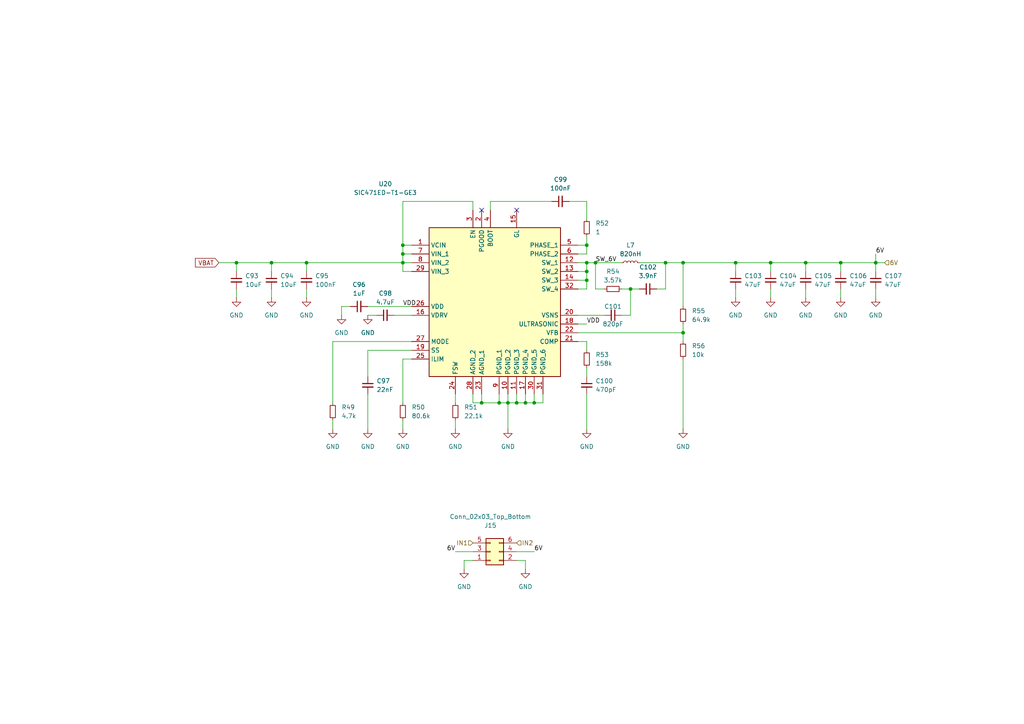
<source format=kicad_sch>
(kicad_sch (version 20250114) (generator "eeschema") (generator_version "9.0")
  (paper "A4")
  (lib_symbols
    (symbol "Connector_Generic:Conn_02x03_Odd_Even" (pin_names (offset 1.016) (hide yes))
      (property "Reference" "J" (at 1.27 5.08 0))
      (property "Value" "Conn_02x03_Odd_Even" (at 1.27 -5.08 0))
      (symbol "Conn_02x03_Odd_Even_1_1"
        (rectangle (start -1.27 3.81) (end 3.81 -3.81) (stroke (width 0.254)) (fill (type background)))
        (rectangle (start -1.27 2.667) (end 0 2.413) (stroke (width 0.1524)))
        (rectangle (start -1.27 0.127) (end 0 -0.127) (stroke (width 0.1524)))
        (rectangle (start -1.27 -2.413) (end 0 -2.667) (stroke (width 0.1524)))
        (rectangle (start 3.81 2.667) (end 2.54 2.413) (stroke (width 0.1524)))
        (rectangle (start 3.81 0.127) (end 2.54 -0.127) (stroke (width 0.1524)))
        (rectangle (start 3.81 -2.413) (end 2.54 -2.667) (stroke (width 0.1524)))
        (pin passive line (at -5.08 2.54 0) (length 3.81) (name "Pin_1") (number "1"))
        (pin passive line (at -5.08 0 0) (length 3.81) (name "Pin_3") (number "3"))
        (pin passive line (at -5.08 -2.54 0) (length 3.81) (name "Pin_5") (number "5"))
        (pin passive line (at 7.62 2.54 180) (length 3.81) (name "Pin_2") (number "2"))
        (pin passive line (at 7.62 0 180) (length 3.81) (name "Pin_4") (number "4"))
        (pin passive line (at 7.62 -2.54 180) (length 3.81) (name "Pin_6") (number "6"))
      )
    )
    (symbol "Device:C_Small" (pin_numbers (hide yes)) (pin_names (offset 0.254) (hide yes))
      (property "Reference" "C" (at 0.254 1.778 0))
      (property "Value" "C_Small" (at 0.254 -2.032 0))
      (symbol "C_Small_0_1"
        (polyline (pts (xy -1.524 0.508) (xy 1.524 0.508)) (stroke (width 0.3048)))
        (polyline (pts (xy -1.524 -0.508) (xy 1.524 -0.508)) (stroke (width 0.3302)))
      )
      (symbol "C_Small_1_1"
        (pin passive line (at 0 2.54 270) (length 2.032) (name "~") (number "1"))
        (pin passive line (at 0 -2.54 90) (length 2.032) (name "~") (number "2"))
      )
    )
    (symbol "Device:L_Small" (pin_numbers (hide yes)) (pin_names (offset 0.254) (hide yes))
      (property "Reference" "L" (at 0.762 1.016 0))
      (property "Value" "L_Small" (at 0.762 -1.016 0))
      (symbol "L_Small_0_1"
        (arc (start 0 2.032) (mid 0.5058 1.524) (end 0 1.016))
        (arc (start 0 1.016) (mid 0.5058 0.508) (end 0 0))
        (arc (start 0 0) (mid 0.5058 -0.508) (end 0 -1.016))
        (arc (start 0 -1.016) (mid 0.5058 -1.524) (end 0 -2.032))
      )
      (symbol "L_Small_1_1"
        (pin passive line (at 0 2.54 270) (length 0.508) (name "~") (number "1"))
        (pin passive line (at 0 -2.54 90) (length 0.508) (name "~") (number "2"))
      )
    )
    (symbol "Device:R_Small" (pin_numbers (hide yes)) (pin_names (offset 0.254) (hide yes))
      (property "Reference" "R" (at 0.762 0.508 0))
      (property "Value" "R_Small" (at 0.762 -1.016 0))
      (symbol "R_Small_0_1"
        (rectangle (start -0.762 1.778) (end 0.762 -1.778) (stroke (width 0.2032)))
      )
      (symbol "R_Small_1_1"
        (pin passive line (at 0 2.54 270) (length 0.762) (name "~") (number "1"))
        (pin passive line (at 0 -2.54 90) (length 0.762) (name "~") (number "2"))
      )
    )
    (symbol "SIC471ED-T1-GE3:SIC471ED-T1-GE3"
      (property "Reference" "U8" (at -7.62 15.24 0))
      (property "Value" "SIC471ED-T1-GE3" (at -7.62 12.7 0))
      (symbol "SIC471ED-T1-GE3_1_1"
        (rectangle (start 5.08 2.54) (end 43.18 -40.64) (stroke (width 0.254)) (fill (type background)))
        (pin passive line (at 0 -2.54 0) (length 5.08) (name "VCIN") (number "1"))
        (pin passive line (at 0 -5.08 0) (length 5.08) (name "VIN_1") (number "7"))
        (pin passive line (at 0 -7.62 0) (length 5.08) (name "VIN_2") (number "8"))
        (pin passive line (at 0 -10.16 0) (length 5.08) (name "VIN_3") (number "29"))
        (pin passive line (at 0 -20.32 0) (length 5.08) (name "VDD") (number "26"))
        (pin passive line (at 0 -22.86 0) (length 5.08) (name "VDRV") (number "16"))
        (pin passive line (at 0 -30.48 0) (length 5.08) (name "MODE") (number "27"))
        (pin passive line (at 0 -33.02 0) (length 5.08) (name "SS") (number "19"))
        (pin passive line (at 0 -35.56 0) (length 5.08) (name "ILIM") (number "25"))
        (pin passive line (at 12.7 -45.72 90) (length 5.08) (name "FSW") (number "24"))
        (pin passive line (at 17.78 7.62 270) (length 5.08) (name "EN") (number "3"))
        (pin passive line (at 17.78 -45.72 90) (length 5.08) (name "AGND_2") (number "28"))
        (pin passive line (at 20.32 7.62 270) (length 5.08) (name "PGOOD") (number "2"))
        (pin passive line (at 20.32 -45.72 90) (length 5.08) (name "AGND_1") (number "23"))
        (pin passive line (at 22.86 7.62 270) (length 5.08) (name "BOOT") (number "4"))
        (pin passive line (at 25.4 -45.72 90) (length 5.08) (name "PGND_1") (number "9"))
        (pin passive line (at 27.94 -45.72 90) (length 5.08) (name "PGND_2") (number "10"))
        (pin passive line (at 30.48 7.62 270) (length 5.08) (name "GL") (number "15"))
        (pin passive line (at 30.48 -45.72 90) (length 5.08) (name "PGND_3") (number "11"))
        (pin passive line (at 33.02 -45.72 90) (length 5.08) (name "PGND_4") (number "17"))
        (pin passive line (at 35.56 -45.72 90) (length 5.08) (name "PGND_5") (number "30"))
        (pin passive line (at 38.1 -45.72 90) (length 5.08) (name "PGND_6") (number "31"))
        (pin passive line (at 48.26 -2.54 180) (length 5.08) (name "PHASE_1") (number "5"))
        (pin passive line (at 48.26 -5.08 180) (length 5.08) (name "PHASE_2") (number "6"))
        (pin passive line (at 48.26 -7.62 180) (length 5.08) (name "SW_1") (number "12"))
        (pin passive line (at 48.26 -10.16 180) (length 5.08) (name "SW_2") (number "13"))
        (pin passive line (at 48.26 -12.7 180) (length 5.08) (name "SW_3") (number "14"))
        (pin passive line (at 48.26 -15.24 180) (length 5.08) (name "SW_4") (number "32"))
        (pin passive line (at 48.26 -22.86 180) (length 5.08) (name "VSNS") (number "20"))
        (pin passive line (at 48.26 -25.4 180) (length 5.08) (name "ULTRASONIC") (number "18"))
        (pin passive line (at 48.26 -27.94 180) (length 5.08) (name "VFB") (number "22"))
        (pin passive line (at 48.26 -30.48 180) (length 5.08) (name "COMP") (number "21"))
      )
    )
    (symbol "power:GND" (power) (pin_numbers (hide yes)) (pin_names (offset 0) (hide yes))
      (property "Value" "GND" (at 0 -3.81 0))
      (symbol "GND_0_1"
        (polyline (pts (xy 0 0) (xy 0 -1.27) (xy 1.27 -1.27) (xy 0 -2.54) (xy -1.27 -1.27) (xy 0 -1.27)))
      )
      (symbol "GND_1_1"
        (pin power_in line (at 0 0 270) (length 0) (name "~") (number "1"))
      )
    )
  )
  (junction (at 243.84 76.2))
  (junction (at 144.78 116.84))
  (junction (at 170.18 71.12))
  (junction (at 182.88 83.82))
  (junction (at 88.9 76.2))
  (junction (at 233.68 76.2))
  (junction (at 198.12 96.52))
  (junction (at 116.84 71.12))
  (junction (at 116.84 76.2))
  (junction (at 223.52 76.2))
  (junction (at 170.18 76.2))
  (junction (at 172.72 76.2))
  (junction (at 170.18 81.28))
  (junction (at 78.74 76.2))
  (junction (at 149.86 116.84))
  (junction (at 116.84 73.66))
  (junction (at 152.4 116.84))
  (junction (at 193.04 76.2))
  (junction (at 139.7 116.84))
  (junction (at 213.36 76.2))
  (junction (at 254 76.2))
  (junction (at 198.12 76.2))
  (junction (at 147.32 116.84))
  (junction (at 154.94 116.84))
  (junction (at 170.18 78.74))
  (junction (at 68.58 76.2))
  (no_connect (at 139.7 60.96))
  (no_connect (at 149.86 60.96))
  (wire (pts (xy 152.4 116.84) (xy 149.86 116.84)))
  (wire (pts (xy 170.18 81.28) (xy 170.18 78.74)))
  (wire (pts (xy 149.86 160.02) (xy 154.94 160.02)))
  (wire (pts (xy 134.62 162.56) (xy 134.62 165.1)))
  (wire (pts (xy 254 83.82) (xy 254 86.36)))
  (wire (pts (xy 116.84 78.74) (xy 119.38 78.74)))
  (wire (pts (xy 233.68 83.82) (xy 233.68 86.36)))
  (wire (pts (xy 96.52 99.06) (xy 96.52 116.84)))
  (wire (pts (xy 152.4 114.3) (xy 152.4 116.84)))
  (wire (pts (xy 167.64 83.82) (xy 170.18 83.82)))
  (wire (pts (xy 170.18 101.6) (xy 170.18 99.06)))
  (wire (pts (xy 78.74 76.2) (xy 88.9 76.2)))
  (wire (pts (xy 152.4 162.56) (xy 149.86 162.56)))
  (wire (pts (xy 142.24 60.96) (xy 142.24 58.42)))
  (wire (pts (xy 68.58 76.2) (xy 78.74 76.2)))
  (wire (pts (xy 149.86 114.3) (xy 149.86 116.84)))
  (wire (pts (xy 116.84 73.66) (xy 119.38 73.66)))
  (wire (pts (xy 182.88 83.82) (xy 182.88 91.44)))
  (wire (pts (xy 119.38 104.14) (xy 116.84 104.14)))
  (wire (pts (xy 78.74 76.2) (xy 78.74 78.74)))
  (wire (pts (xy 243.84 76.2) (xy 243.84 78.74)))
  (wire (pts (xy 167.64 71.12) (xy 170.18 71.12)))
  (wire (pts (xy 254 73.66) (xy 254 76.2)))
  (wire (pts (xy 198.12 76.2) (xy 213.36 76.2)))
  (wire (pts (xy 116.84 71.12) (xy 116.84 73.66)))
  (wire (pts (xy 167.64 93.98) (xy 170.18 93.98)))
  (wire (pts (xy 243.84 83.82) (xy 243.84 86.36)))
  (wire (pts (xy 170.18 78.74) (xy 170.18 76.2)))
  (wire (pts (xy 144.78 116.84) (xy 147.32 116.84)))
  (wire (pts (xy 137.16 114.3) (xy 137.16 116.84)))
  (wire (pts (xy 116.84 76.2) (xy 119.38 76.2)))
  (wire (pts (xy 172.72 83.82) (xy 172.72 76.2)))
  (wire (pts (xy 254 76.2) (xy 254 78.74)))
  (wire (pts (xy 96.52 121.92) (xy 96.52 124.46)))
  (wire (pts (xy 167.64 91.44) (xy 175.26 91.44)))
  (wire (pts (xy 154.94 116.84) (xy 152.4 116.84)))
  (wire (pts (xy 170.18 106.68) (xy 170.18 109.22)))
  (wire (pts (xy 223.52 76.2) (xy 223.52 78.74)))
  (wire (pts (xy 137.16 60.96) (xy 137.16 58.42)))
  (wire (pts (xy 132.08 114.3) (xy 132.08 116.84)))
  (wire (pts (xy 223.52 76.2) (xy 233.68 76.2)))
  (wire (pts (xy 193.04 76.2) (xy 198.12 76.2)))
  (wire (pts (xy 106.68 114.3) (xy 106.68 124.46)))
  (wire (pts (xy 170.18 83.82) (xy 170.18 81.28)))
  (wire (pts (xy 170.18 71.12) (xy 170.18 73.66)))
  (wire (pts (xy 106.68 101.6) (xy 106.68 109.22)))
  (wire (pts (xy 243.84 76.2) (xy 254 76.2)))
  (wire (pts (xy 185.42 76.2) (xy 193.04 76.2)))
  (wire (pts (xy 116.84 73.66) (xy 116.84 76.2)))
  (wire (pts (xy 170.18 99.06) (xy 167.64 99.06)))
  (wire (pts (xy 170.18 63.5) (xy 170.18 58.42)))
  (wire (pts (xy 198.12 96.52) (xy 198.12 99.06)))
  (wire (pts (xy 157.48 116.84) (xy 154.94 116.84)))
  (wire (pts (xy 154.94 114.3) (xy 154.94 116.84)))
  (wire (pts (xy 88.9 76.2) (xy 116.84 76.2)))
  (wire (pts (xy 68.58 76.2) (xy 68.58 78.74)))
  (wire (pts (xy 139.7 116.84) (xy 144.78 116.84)))
  (wire (pts (xy 167.64 78.74) (xy 170.18 78.74)))
  (wire (pts (xy 78.74 83.82) (xy 78.74 86.36)))
  (wire (pts (xy 116.84 104.14) (xy 116.84 116.84)))
  (wire (pts (xy 116.84 121.92) (xy 116.84 124.46)))
  (wire (pts (xy 175.26 83.82) (xy 172.72 83.82)))
  (wire (pts (xy 119.38 99.06) (xy 96.52 99.06)))
  (wire (pts (xy 167.64 96.52) (xy 198.12 96.52)))
  (wire (pts (xy 137.16 162.56) (xy 134.62 162.56)))
  (wire (pts (xy 106.68 88.9) (xy 119.38 88.9)))
  (wire (pts (xy 119.38 71.12) (xy 116.84 71.12)))
  (wire (pts (xy 99.06 91.44) (xy 99.06 88.9)))
  (wire (pts (xy 116.84 58.42) (xy 116.84 71.12)))
  (wire (pts (xy 170.18 68.58) (xy 170.18 71.12)))
  (wire (pts (xy 233.68 76.2) (xy 243.84 76.2)))
  (wire (pts (xy 180.34 83.82) (xy 182.88 83.82)))
  (wire (pts (xy 213.36 76.2) (xy 213.36 78.74)))
  (wire (pts (xy 170.18 73.66) (xy 167.64 73.66)))
  (wire (pts (xy 180.34 91.44) (xy 182.88 91.44)))
  (wire (pts (xy 167.64 81.28) (xy 170.18 81.28)))
  (wire (pts (xy 193.04 83.82) (xy 190.5 83.82)))
  (wire (pts (xy 88.9 76.2) (xy 88.9 78.74)))
  (wire (pts (xy 198.12 76.2) (xy 198.12 88.9)))
  (wire (pts (xy 119.38 101.6) (xy 106.68 101.6)))
  (wire (pts (xy 170.18 114.3) (xy 170.18 124.46)))
  (wire (pts (xy 165.1 58.42) (xy 170.18 58.42)))
  (wire (pts (xy 170.18 76.2) (xy 172.72 76.2)))
  (wire (pts (xy 106.68 91.44) (xy 109.22 91.44)))
  (wire (pts (xy 144.78 114.3) (xy 144.78 116.84)))
  (wire (pts (xy 152.4 165.1) (xy 152.4 162.56)))
  (wire (pts (xy 213.36 76.2) (xy 223.52 76.2)))
  (wire (pts (xy 114.3 91.44) (xy 119.38 91.44)))
  (wire (pts (xy 132.08 121.92) (xy 132.08 124.46)))
  (wire (pts (xy 63.5 76.2) (xy 68.58 76.2)))
  (wire (pts (xy 172.72 76.2) (xy 180.34 76.2)))
  (wire (pts (xy 167.64 76.2) (xy 170.18 76.2)))
  (wire (pts (xy 149.86 116.84) (xy 147.32 116.84)))
  (wire (pts (xy 142.24 58.42) (xy 160.02 58.42)))
  (wire (pts (xy 137.16 58.42) (xy 116.84 58.42)))
  (wire (pts (xy 182.88 83.82) (xy 185.42 83.82)))
  (wire (pts (xy 132.08 160.02) (xy 137.16 160.02)))
  (wire (pts (xy 193.04 76.2) (xy 193.04 83.82)))
  (wire (pts (xy 147.32 116.84) (xy 147.32 124.46)))
  (wire (pts (xy 68.58 83.82) (xy 68.58 86.36)))
  (wire (pts (xy 233.68 76.2) (xy 233.68 78.74)))
  (wire (pts (xy 147.32 114.3) (xy 147.32 116.84)))
  (wire (pts (xy 198.12 96.52) (xy 198.12 93.98)))
  (wire (pts (xy 157.48 114.3) (xy 157.48 116.84)))
  (wire (pts (xy 88.9 83.82) (xy 88.9 86.36)))
  (wire (pts (xy 223.52 83.82) (xy 223.52 86.36)))
  (wire (pts (xy 137.16 116.84) (xy 139.7 116.84)))
  (wire (pts (xy 254 76.2) (xy 256.54 76.2)))
  (wire (pts (xy 116.84 76.2) (xy 116.84 78.74)))
  (wire (pts (xy 198.12 104.14) (xy 198.12 124.46)))
  (wire (pts (xy 213.36 83.82) (xy 213.36 86.36)))
  (wire (pts (xy 99.06 88.9) (xy 101.6 88.9)))
  (wire (pts (xy 139.7 114.3) (xy 139.7 116.84)))
  (label "VDD" (at 116.84 88.9 0))
  (label "6V" (at 254 73.66 0))
  (label "VDD" (at 170.18 93.98 0))
  (label "6V" (at 132.08 160.02 180))
  (label "6V" (at 154.94 160.02 0))
  (label "SW_6V" (at 172.72 76.2 0))
  (global_label "VBAT" (shape input) (at 63.5 76.2 180) (property "Intersheetrefs" "${INTERSHEET_REFS}" (effects (hide yes))))
  (hierarchical_label "6V" (shape input) (at 256.54 76.2 0))
  (hierarchical_label "IN1" (shape input) (at 137.16 157.48 180))
  (hierarchical_label "IN2" (shape input) (at 149.86 157.48 0))
  (symbol (lib_id "power:GND") (at 254 86.36 0) (unit 1)
    (property "Reference" "#PWR0103" (effects (hide yes)))
    (property "Value" "GND" (at 254 91.44 0))
    (property "Description" "Power symbol creates a global label with name \"GND\" , ground" (effects (hide yes)))
    (instances (project "alarmbot" (path "" (reference "#PWR0245") (unit 1)) (path "" (reference "#PWR0207") (unit 1)) (path "" (reference "#PWR0103") (unit 1)) (path "" (reference "#PWR0226") (unit 1))))
  )
  (symbol (lib_id "Device:R_Small") (at 198.12 91.44 180) (unit 1)
    (property "Reference" "R23" (at 200.66 90.1699 0) (effects (justify right)))
    (property "Value" "64.9k" (at 200.66 92.7099 0) (effects (justify right)))
    (property "Footprint" "Resistor_SMD:R_0402_1005Metric" (effects (hide yes)))
    (property "Description" "Resistor, small symbol" (effects (hide yes)))
    (property "LCSC" "C5713275" (effects (hide yes)))
    (instances (project "alarmbot" (path "" (reference "R55") (unit 1)) (path "" (reference "R39") (unit 1)) (path "" (reference "R23") (unit 1)) (path "" (reference "R47") (unit 1))))
  )
  (symbol (lib_id "power:GND") (at 78.74 86.36 0) (unit 1)
    (property "Reference" "#PWR086" (effects (hide yes)))
    (property "Value" "GND" (at 78.74 91.44 0))
    (property "Description" "Power symbol creates a global label with name \"GND\" , ground" (effects (hide yes)))
    (instances (project "alarmbot" (path "" (reference "#PWR0228") (unit 1)) (path "" (reference "#PWR0190") (unit 1)) (path "" (reference "#PWR086") (unit 1)) (path "" (reference "#PWR0209") (unit 1))))
  )
  (symbol (lib_id "Device:R_Small") (at 132.08 119.38 0) (unit 1)
    (property "Reference" "R19" (at 134.62 118.1099 0) (effects (justify left)))
    (property "Value" "22.1k" (at 134.62 120.6499 0) (effects (justify left)))
    (property "Footprint" "Resistor_SMD:R_0402_1005Metric" (effects (hide yes)))
    (property "Description" "Resistor, small symbol" (effects (hide yes)))
    (property "LCSC" "C43473" (effects (hide yes)))
    (instances (project "alarmbot" (path "" (reference "R51") (unit 1)) (path "" (reference "R35") (unit 1)) (path "" (reference "R19") (unit 1)) (path "" (reference "R43") (unit 1))))
  )
  (symbol (lib_id "power:GND") (at 96.52 124.46 0) (unit 1)
    (property "Reference" "#PWR088" (effects (hide yes)))
    (property "Value" "GND" (at 96.52 129.54 0))
    (property "Description" "Power symbol creates a global label with name \"GND\" , ground" (effects (hide yes)))
    (instances (project "alarmbot" (path "" (reference "#PWR0230") (unit 1)) (path "" (reference "#PWR0192") (unit 1)) (path "" (reference "#PWR088") (unit 1)) (path "" (reference "#PWR0211") (unit 1))))
  )
  (symbol (lib_id "Device:R_Small") (at 170.18 104.14 180) (unit 1)
    (property "Reference" "R21" (at 172.72 102.8699 0) (effects (justify right)))
    (property "Value" "158k" (at 172.72 105.4099 0) (effects (justify right)))
    (property "Footprint" "Resistor_SMD:R_0402_1005Metric" (effects (hide yes)))
    (property "Description" "Resistor, small symbol" (effects (hide yes)))
    (property "LCSC" "C185464" (effects (hide yes)))
    (instances (project "alarmbot" (path "" (reference "R53") (unit 1)) (path "" (reference "R37") (unit 1)) (path "" (reference "R21") (unit 1)) (path "" (reference "R45") (unit 1))))
  )
  (symbol (lib_id "Device:C_Small") (at 162.56 58.42 90) (unit 1)
    (property "Reference" "C48" (at 162.5663 52.07 90))
    (property "Value" "100nF" (at 162.5663 54.61 90))
    (property "Footprint" "Capacitor_SMD:C_0402_1005Metric" (effects (hide yes)))
    (property "Description" "Unpolarized capacitor, small symbol" (effects (hide yes)))
    (property "LCSC" "C307331" (effects (hide yes)))
    (property "Voltage" "50V" (effects (hide yes)))
    (instances (project "alarmbot" (path "" (reference "C99") (unit 1)) (path "" (reference "C69") (unit 1)) (path "" (reference "C48") (unit 1)) (path "" (reference "C84") (unit 1))))
  )
  (symbol (lib_id "power:GND") (at 198.12 124.46 0) (unit 1)
    (property "Reference" "#PWR098" (effects (hide yes)))
    (property "Value" "GND" (at 198.12 129.54 0))
    (property "Description" "Power symbol creates a global label with name \"GND\" , ground" (effects (hide yes)))
    (instances (project "alarmbot" (path "" (reference "#PWR0240") (unit 1)) (path "" (reference "#PWR0202") (unit 1)) (path "" (reference "#PWR098") (unit 1)) (path "" (reference "#PWR0221") (unit 1))))
  )
  (symbol (lib_id "power:GND") (at 147.32 124.46 0) (unit 1)
    (property "Reference" "#PWR095" (effects (hide yes)))
    (property "Value" "GND" (at 147.32 129.54 0))
    (property "Description" "Power symbol creates a global label with name \"GND\" , ground" (effects (hide yes)))
    (instances (project "alarmbot" (path "" (reference "#PWR0237") (unit 1)) (path "" (reference "#PWR0199") (unit 1)) (path "" (reference "#PWR095") (unit 1)) (path "" (reference "#PWR0218") (unit 1))))
  )
  (symbol (lib_id "Device:C_Small") (at 243.84 81.28 0) (unit 1)
    (property "Reference" "C55" (at 246.38 80.0162 0) (effects (justify left)))
    (property "Value" "47uF" (at 246.38 82.5562 0) (effects (justify left)))
    (property "Footprint" "Capacitor_SMD:C_1210_3225Metric" (effects (hide yes)))
    (property "Description" "Unpolarized capacitor, small symbol" (effects (hide yes)))
    (property "LCSC" "C5440143" (effects (hide yes)))
    (instances (project "alarmbot" (path "" (reference "C106") (unit 1)) (path "" (reference "C76") (unit 1)) (path "" (reference "C55") (unit 1)) (path "" (reference "C91") (unit 1))))
  )
  (symbol (lib_id "Device:C_Small") (at 233.68 81.28 0) (unit 1)
    (property "Reference" "C54" (at 236.22 80.0162 0) (effects (justify left)))
    (property "Value" "47uF" (at 236.22 82.5562 0) (effects (justify left)))
    (property "Footprint" "Capacitor_SMD:C_1210_3225Metric" (effects (hide yes)))
    (property "Description" "Unpolarized capacitor, small symbol" (effects (hide yes)))
    (property "LCSC" "C5440143" (effects (hide yes)))
    (instances (project "alarmbot" (path "" (reference "C105") (unit 1)) (path "" (reference "C75") (unit 1)) (path "" (reference "C54") (unit 1)) (path "" (reference "C90") (unit 1))))
  )
  (symbol (lib_id "Device:R_Small") (at 170.18 66.04 180) (unit 1)
    (property "Reference" "R20" (at 172.72 64.7699 0) (effects (justify right)))
    (property "Value" "1" (at 172.72 67.3099 0) (effects (justify right)))
    (property "Footprint" "Resistor_SMD:R_0402_1005Metric" (effects (hide yes)))
    (property "Description" "Resistor, small symbol" (effects (hide yes)))
    (property "LCSC" "C25086" (effects (hide yes)))
    (instances (project "alarmbot" (path "" (reference "R52") (unit 1)) (path "" (reference "R36") (unit 1)) (path "" (reference "R20") (unit 1)) (path "" (reference "R44") (unit 1))))
  )
  (symbol (lib_id "SIC471ED-T1-GE3:SIC471ED-T1-GE3") (at 119.38 68.58 0) (unit 1)
    (property "Reference" "U11" (at 111.76 53.34 0))
    (property "Value" "SIC471ED-T1-GE3" (at 111.76 55.88 0))
    (property "Footprint" "SIC471EDT1GE3" (effects (hide yes)))
    (property "Datasheet" "https://www.vishay.com/docs/75786/sic47x.pdf" (effects (hide yes)))
    (property "Description" "Buck Switching Regulator IC Positive Adjustable 0.8V 1 Output 12A PowerPAK MLP55-27" (effects (hide yes)))
    (property "Height" "0.8" (effects (hide yes)))
    (property "Manufacturer_Name" "Vishay" (effects (hide yes)))
    (property "Manufacturer_Part_Number" "SIC471ED-T1-GE3" (effects (hide yes)))
    (property "Mouser Part Number" "78-SIC471ED-T1-GE3" (effects (hide yes)))
    (property "Mouser Price/Stock" "https://www.mouser.co.uk/ProductDetail/Vishay-Semiconductors/SIC471ED-T1-GE3?qs=rrS6PyfT74dkXs3dNDNqlg%3D%3D" (effects (hide yes)))
    (property "Arrow Part Number" "SIC471ED-T1-GE3" (effects (hide yes)))
    (property "Arrow Price/Stock" "https://www.arrow.com/en/products/sic471ed-t1-ge3/vishay?region=nac" (effects (hide yes)))
    (property "LCSC" "C2071666" (effects (hide yes)))
    (instances (project "alarmbot" (path "" (reference "U20") (unit 1)) (path "" (reference "U18") (unit 1)) (path "" (reference "U11") (unit 1)) (path "" (reference "U19") (unit 1))))
  )
  (symbol (lib_id "Device:C_Small") (at 111.76 91.44 90) (unit 1)
    (property "Reference" "C47" (at 111.7663 85.09 90))
    (property "Value" "4.7uF" (at 111.7663 87.63 90))
    (property "Footprint" "Capacitor_SMD:C_0402_1005Metric" (effects (hide yes)))
    (property "Description" "Unpolarized capacitor, small symbol" (effects (hide yes)))
    (property "LCSC" "C23733" (effects (hide yes)))
    (instances (project "alarmbot" (path "" (reference "C98") (unit 1)) (path "" (reference "C68") (unit 1)) (path "" (reference "C47") (unit 1)) (path "" (reference "C83") (unit 1))))
  )
  (symbol (lib_id "Device:C_Small") (at 88.9 81.28 0) (unit 1)
    (property "Reference" "C44" (at 91.44 80.0162 0) (effects (justify left)))
    (property "Value" "100nF" (at 91.44 82.5562 0) (effects (justify left)))
    (property "Footprint" "Capacitor_SMD:C_0402_1005Metric" (effects (hide yes)))
    (property "Description" "Unpolarized capacitor, small symbol" (effects (hide yes)))
    (property "LCSC" "C307331" (effects (hide yes)))
    (property "Voltage" "50V" (effects (hide yes)))
    (instances (project "alarmbot" (path "" (reference "C95") (unit 1)) (path "" (reference "C65") (unit 1)) (path "" (reference "C44") (unit 1)) (path "" (reference "C80") (unit 1))))
  )
  (symbol (lib_id "power:GND") (at 132.08 124.46 0) (unit 1)
    (property "Reference" "#PWR093" (effects (hide yes)))
    (property "Value" "GND" (at 132.08 129.54 0))
    (property "Description" "Power symbol creates a global label with name \"GND\" , ground" (effects (hide yes)))
    (instances (project "alarmbot" (path "" (reference "#PWR0235") (unit 1)) (path "" (reference "#PWR0197") (unit 1)) (path "" (reference "#PWR093") (unit 1)) (path "" (reference "#PWR0216") (unit 1))))
  )
  (symbol (lib_id "Device:R_Small") (at 198.12 101.6 0) (unit 1)
    (property "Reference" "R24" (at 200.66 100.3299 0) (effects (justify left)))
    (property "Value" "10k" (at 200.66 102.8699 0) (effects (justify left)))
    (property "Footprint" "Resistor_SMD:R_0402_1005Metric" (effects (hide yes)))
    (property "Description" "Resistor, small symbol" (effects (hide yes)))
    (property "LCSC" "C25744" (effects (hide yes)))
    (instances (project "alarmbot" (path "" (reference "R56") (unit 1)) (path "" (reference "R40") (unit 1)) (path "" (reference "R24") (unit 1)) (path "" (reference "R48") (unit 1))))
  )
  (symbol (lib_id "Device:C_Small") (at 104.14 88.9 90) (unit 1)
    (property "Reference" "C45" (at 104.1463 82.55 90))
    (property "Value" "1uF" (at 104.1463 85.09 90))
    (property "Footprint" "Capacitor_SMD:C_0402_1005Metric" (effects (hide yes)))
    (property "Description" "Unpolarized capacitor, small symbol" (effects (hide yes)))
    (property "LCSC" "C52923" (effects (hide yes)))
    (instances (project "alarmbot" (path "" (reference "C96") (unit 1)) (path "" (reference "C66") (unit 1)) (path "" (reference "C45") (unit 1)) (path "" (reference "C81") (unit 1))))
  )
  (symbol (lib_id "Device:C_Small") (at 106.68 111.76 0) (unit 1)
    (property "Reference" "C46" (at 109.22 110.4962 0) (effects (justify left)))
    (property "Value" "22nF" (at 109.22 113.0362 0) (effects (justify left)))
    (property "Footprint" "Capacitor_SMD:C_0402_1005Metric" (effects (hide yes)))
    (property "Description" "Unpolarized capacitor, small symbol" (effects (hide yes)))
    (property "LCSC" "C1532" (effects (hide yes)))
    (instances (project "alarmbot" (path "" (reference "C97") (unit 1)) (path "" (reference "C67") (unit 1)) (path "" (reference "C46") (unit 1)) (path "" (reference "C82") (unit 1))))
  )
  (symbol (lib_id "Device:C_Small") (at 254 81.28 0) (unit 1)
    (property "Reference" "C56" (at 256.54 80.0162 0) (effects (justify left)))
    (property "Value" "47uF" (at 256.54 82.5562 0) (effects (justify left)))
    (property "Footprint" "Capacitor_SMD:C_1210_3225Metric" (effects (hide yes)))
    (property "Description" "Unpolarized capacitor, small symbol" (effects (hide yes)))
    (property "LCSC" "C5440143" (effects (hide yes)))
    (instances (project "alarmbot" (path "" (reference "C107") (unit 1)) (path "" (reference "C77") (unit 1)) (path "" (reference "C56") (unit 1)) (path "" (reference "C92") (unit 1))))
  )
  (symbol (lib_id "Device:C_Small") (at 223.52 81.28 0) (unit 1)
    (property "Reference" "C53" (at 226.06 80.0162 0) (effects (justify left)))
    (property "Value" "47uF" (at 226.06 82.5562 0) (effects (justify left)))
    (property "Footprint" "Capacitor_SMD:C_1210_3225Metric" (effects (hide yes)))
    (property "Description" "Unpolarized capacitor, small symbol" (effects (hide yes)))
    (property "LCSC" "C5440143" (effects (hide yes)))
    (instances (project "alarmbot" (path "" (reference "C104") (unit 1)) (path "" (reference "C74") (unit 1)) (path "" (reference "C53") (unit 1)) (path "" (reference "C89") (unit 1))))
  )
  (symbol (lib_id "Device:C_Small") (at 177.8 91.44 270) (unit 1)
    (property "Reference" "C50" (at 177.8 88.9 90))
    (property "Value" "820pF" (at 177.8 93.98 90))
    (property "Footprint" "Capacitor_SMD:C_0402_1005Metric" (effects (hide yes)))
    (property "Description" "Unpolarized capacitor, small symbol" (effects (hide yes)))
    (property "LCSC" "C107031" (effects (hide yes)))
    (instances (project "alarmbot" (path "" (reference "C101") (unit 1)) (path "" (reference "C71") (unit 1)) (path "" (reference "C50") (unit 1)) (path "" (reference "C86") (unit 1))))
  )
  (symbol (lib_id "power:GND") (at 152.4 165.1 0) (unit 1)
    (property "Reference" "#PWR096" (effects (hide yes)))
    (property "Value" "GND" (at 152.4 170.18 0))
    (property "Description" "Power symbol creates a global label with name \"GND\" , ground" (effects (hide yes)))
    (instances (project "alarmbot" (path "" (reference "#PWR0238") (unit 1)) (path "" (reference "#PWR0200") (unit 1)) (path "" (reference "#PWR096") (unit 1)) (path "" (reference "#PWR0219") (unit 1))))
  )
  (symbol (lib_id "power:GND") (at 68.58 86.36 0) (unit 1)
    (property "Reference" "#PWR085" (effects (hide yes)))
    (property "Value" "GND" (at 68.58 91.44 0))
    (property "Description" "Power symbol creates a global label with name \"GND\" , ground" (effects (hide yes)))
    (instances (project "alarmbot" (path "" (reference "#PWR0227") (unit 1)) (path "" (reference "#PWR0189") (unit 1)) (path "" (reference "#PWR085") (unit 1)) (path "" (reference "#PWR0208") (unit 1))))
  )
  (symbol (lib_id "Device:R_Small") (at 177.8 83.82 90) (unit 1)
    (property "Reference" "R22" (at 177.8 78.74 90))
    (property "Value" "3.57k" (at 177.8 81.28 90))
    (property "Footprint" "Resistor_SMD:R_0402_1005Metric" (effects (hide yes)))
    (property "Description" "Resistor, small symbol" (effects (hide yes)))
    (property "LCSC" "C3037168" (effects (hide yes)))
    (instances (project "alarmbot" (path "" (reference "R54") (unit 1)) (path "" (reference "R38") (unit 1)) (path "" (reference "R22") (unit 1)) (path "" (reference "R46") (unit 1))))
  )
  (symbol (lib_id "power:GND") (at 116.84 124.46 0) (unit 1)
    (property "Reference" "#PWR092" (effects (hide yes)))
    (property "Value" "GND" (at 116.84 129.54 0))
    (property "Description" "Power symbol creates a global label with name \"GND\" , ground" (effects (hide yes)))
    (instances (project "alarmbot" (path "" (reference "#PWR0234") (unit 1)) (path "" (reference "#PWR0196") (unit 1)) (path "" (reference "#PWR092") (unit 1)) (path "" (reference "#PWR0215") (unit 1))))
  )
  (symbol (lib_id "Device:C_Small") (at 78.74 81.28 0) (unit 1)
    (property "Reference" "C43" (at 81.28 80.0162 0) (effects (justify left)))
    (property "Value" "10uF" (at 81.28 82.5562 0) (effects (justify left)))
    (property "Footprint" "Capacitor_SMD:C_1206_3216Metric" (effects (hide yes)))
    (property "Description" "Unpolarized capacitor, small symbol" (effects (hide yes)))
    (property "LCSC" "C13585" (effects (hide yes)))
    (instances (project "alarmbot" (path "" (reference "C94") (unit 1)) (path "" (reference "C64") (unit 1)) (path "" (reference "C43") (unit 1)) (path "" (reference "C79") (unit 1))))
  )
  (symbol (lib_id "Device:C_Small") (at 170.18 111.76 0) (unit 1)
    (property "Reference" "C49" (at 172.72 110.4962 0) (effects (justify left)))
    (property "Value" "470pF" (at 172.72 113.0362 0) (effects (justify left)))
    (property "Footprint" "Capacitor_SMD:C_0402_1005Metric" (effects (hide yes)))
    (property "Description" "Unpolarized capacitor, small symbol" (effects (hide yes)))
    (property "LCSC" "C1537" (effects (hide yes)))
    (instances (project "alarmbot" (path "" (reference "C100") (unit 1)) (path "" (reference "C70") (unit 1)) (path "" (reference "C49") (unit 1)) (path "" (reference "C85") (unit 1))))
  )
  (symbol (lib_id "Device:R_Small") (at 96.52 119.38 180) (unit 1)
    (property "Reference" "R17" (at 99.06 118.1099 0) (effects (justify right)))
    (property "Value" "4.7k" (at 99.06 120.6499 0) (effects (justify right)))
    (property "Footprint" "Resistor_SMD:R_0402_1005Metric" (effects (hide yes)))
    (property "Description" "Resistor, small symbol" (effects (hide yes)))
    (property "LCSC" "C25900" (effects (hide yes)))
    (instances (project "alarmbot" (path "" (reference "R49") (unit 1)) (path "" (reference "R33") (unit 1)) (path "" (reference "R17") (unit 1)) (path "" (reference "R41") (unit 1))))
  )
  (symbol (lib_id "power:GND") (at 233.68 86.36 0) (unit 1)
    (property "Reference" "#PWR0101" (effects (hide yes)))
    (property "Value" "GND" (at 233.68 91.44 0))
    (property "Description" "Power symbol creates a global label with name \"GND\" , ground" (effects (hide yes)))
    (instances (project "alarmbot" (path "" (reference "#PWR0243") (unit 1)) (path "" (reference "#PWR0205") (unit 1)) (path "" (reference "#PWR0101") (unit 1)) (path "" (reference "#PWR0224") (unit 1))))
  )
  (symbol (lib_id "power:GND") (at 213.36 86.36 0) (unit 1)
    (property "Reference" "#PWR099" (effects (hide yes)))
    (property "Value" "GND" (at 213.36 91.44 0))
    (property "Description" "Power symbol creates a global label with name \"GND\" , ground" (effects (hide yes)))
    (instances (project "alarmbot" (path "" (reference "#PWR0241") (unit 1)) (path "" (reference "#PWR0203") (unit 1)) (path "" (reference "#PWR099") (unit 1)) (path "" (reference "#PWR0222") (unit 1))))
  )
  (symbol (lib_id "Device:R_Small") (at 116.84 119.38 180) (unit 1)
    (property "Reference" "R18" (at 119.38 118.1099 0) (effects (justify right)))
    (property "Value" "80.6k" (at 119.38 120.6499 0) (effects (justify right)))
    (property "Footprint" "Resistor_SMD:R_0402_1005Metric" (effects (hide yes)))
    (property "Description" "Resistor, small symbol" (effects (hide yes)))
    (property "LCSC" "C25921" (effects (hide yes)))
    (instances (project "alarmbot" (path "" (reference "R50") (unit 1)) (path "" (reference "R34") (unit 1)) (path "" (reference "R18") (unit 1)) (path "" (reference "R42") (unit 1))))
  )
  (symbol (lib_id "power:GND") (at 106.68 91.44 0) (unit 1)
    (property "Reference" "#PWR090" (effects (hide yes)))
    (property "Value" "GND" (at 106.68 96.52 0))
    (property "Description" "Power symbol creates a global label with name \"GND\" , ground" (effects (hide yes)))
    (instances (project "alarmbot" (path "" (reference "#PWR0232") (unit 1)) (path "" (reference "#PWR0194") (unit 1)) (path "" (reference "#PWR090") (unit 1)) (path "" (reference "#PWR0213") (unit 1))))
  )
  (symbol (lib_id "power:GND") (at 243.84 86.36 0) (unit 1)
    (property "Reference" "#PWR0102" (effects (hide yes)))
    (property "Value" "GND" (at 243.84 91.44 0))
    (property "Description" "Power symbol creates a global label with name \"GND\" , ground" (effects (hide yes)))
    (instances (project "alarmbot" (path "" (reference "#PWR0244") (unit 1)) (path "" (reference "#PWR0206") (unit 1)) (path "" (reference "#PWR0102") (unit 1)) (path "" (reference "#PWR0225") (unit 1))))
  )
  (symbol (lib_id "Device:C_Small") (at 187.96 83.82 270) (unit 1)
    (property "Reference" "C51" (at 187.9536 77.47 90))
    (property "Value" "3.9nF" (at 187.9536 80.01 90))
    (property "Footprint" "Capacitor_SMD:C_0402_1005Metric" (effects (hide yes)))
    (property "Description" "Unpolarized capacitor, small symbol" (effects (hide yes)))
    (property "LCSC" "C45188" (effects (hide yes)))
    (instances (project "alarmbot" (path "" (reference "C102") (unit 1)) (path "" (reference "C72") (unit 1)) (path "" (reference "C51") (unit 1)) (path "" (reference "C87") (unit 1))))
  )
  (symbol (lib_id "power:GND") (at 88.9 86.36 0) (unit 1)
    (property "Reference" "#PWR087" (effects (hide yes)))
    (property "Value" "GND" (at 88.9 91.44 0))
    (property "Description" "Power symbol creates a global label with name \"GND\" , ground" (effects (hide yes)))
    (instances (project "alarmbot" (path "" (reference "#PWR0229") (unit 1)) (path "" (reference "#PWR0191") (unit 1)) (path "" (reference "#PWR087") (unit 1)) (path "" (reference "#PWR0210") (unit 1))))
  )
  (symbol (lib_id "Device:C_Small") (at 213.36 81.28 0) (unit 1)
    (property "Reference" "C52" (at 215.9 80.0162 0) (effects (justify left)))
    (property "Value" "47uF" (at 215.9 82.5562 0) (effects (justify left)))
    (property "Footprint" "Capacitor_SMD:C_1210_3225Metric" (effects (hide yes)))
    (property "Description" "Unpolarized capacitor, small symbol" (effects (hide yes)))
    (property "LCSC" "C5440143" (effects (hide yes)))
    (instances (project "alarmbot" (path "" (reference "C103") (unit 1)) (path "" (reference "C73") (unit 1)) (path "" (reference "C52") (unit 1)) (path "" (reference "C88") (unit 1))))
  )
  (symbol (lib_id "Device:L_Small") (at 182.88 76.2 90) (unit 1)
    (property "Reference" "L4" (at 182.88 71.12 90))
    (property "Value" "820nH" (at 182.88 73.66 90))
    (property "Footprint" "footprints:CMPI1040" (effects (hide yes)))
    (property "Description" "Inductor, small symbol" (effects (hide yes)))
    (property "LCSC" "C7588944" (effects (hide yes)))
    (instances (project "alarmbot" (path "" (reference "L7") (unit 1)) (path "" (reference "L5") (unit 1)) (path "" (reference "L4") (unit 1)) (path "" (reference "L6") (unit 1))))
  )
  (symbol (lib_id "Device:C_Small") (at 68.58 81.28 0) (unit 1)
    (property "Reference" "C42" (at 71.12 80.0162 0) (effects (justify left)))
    (property "Value" "10uF" (at 71.12 82.5562 0) (effects (justify left)))
    (property "Footprint" "Capacitor_SMD:C_1206_3216Metric" (effects (hide yes)))
    (property "Description" "Unpolarized capacitor, small symbol" (effects (hide yes)))
    (property "LCSC" "C13585" (effects (hide yes)))
    (instances (project "alarmbot" (path "" (reference "C93") (unit 1)) (path "" (reference "C63") (unit 1)) (path "" (reference "C42") (unit 1)) (path "" (reference "C78") (unit 1))))
  )
  (symbol (lib_id "Connector_Generic:Conn_02x03_Odd_Even") (at 142.24 160.02 0) (mirror x) (unit 1)
    (property "Reference" "J9" (at 142.24 152.4 0))
    (property "Value" "Conn_02x03_Top_Bottom" (at 142.24 149.86 0))
    (property "Footprint" "Connector_PinHeader_2.54mm:PinHeader_2x03_P2.54mm_Vertical" (effects (hide yes)))
    (property "Description" "Generic connector, double row, 02x03, odd/even pin numbering scheme (row 1 odd numbers, row 2 even numbers), script generated (kicad-library-utils/schlib/autogen/connector/)" (effects (hide yes)))
    (instances (project "alarmbot" (path "" (reference "J15") (unit 1)) (path "" (reference "J13") (unit 1)) (path "" (reference "J9") (unit 1)) (path "" (reference "J14") (unit 1))))
  )
  (symbol (lib_id "power:GND") (at 223.52 86.36 0) (unit 1)
    (property "Reference" "#PWR0100" (effects (hide yes)))
    (property "Value" "GND" (at 223.52 91.44 0))
    (property "Description" "Power symbol creates a global label with name \"GND\" , ground" (effects (hide yes)))
    (instances (project "alarmbot" (path "" (reference "#PWR0242") (unit 1)) (path "" (reference "#PWR0204") (unit 1)) (path "" (reference "#PWR0100") (unit 1)) (path "" (reference "#PWR0223") (unit 1))))
  )
  (symbol (lib_id "power:GND") (at 134.62 165.1 0) (unit 1)
    (property "Reference" "#PWR094" (effects (hide yes)))
    (property "Value" "GND" (at 134.62 170.18 0))
    (property "Description" "Power symbol creates a global label with name \"GND\" , ground" (effects (hide yes)))
    (instances (project "alarmbot" (path "" (reference "#PWR0236") (unit 1)) (path "" (reference "#PWR0198") (unit 1)) (path "" (reference "#PWR094") (unit 1)) (path "" (reference "#PWR0217") (unit 1))))
  )
  (symbol (lib_id "power:GND") (at 99.06 91.44 0) (unit 1)
    (property "Reference" "#PWR089" (effects (hide yes)))
    (property "Value" "GND" (at 99.06 96.52 0))
    (property "Description" "Power symbol creates a global label with name \"GND\" , ground" (effects (hide yes)))
    (instances (project "alarmbot" (path "" (reference "#PWR0231") (unit 1)) (path "" (reference "#PWR0193") (unit 1)) (path "" (reference "#PWR089") (unit 1)) (path "" (reference "#PWR0212") (unit 1))))
  )
  (symbol (lib_id "power:GND") (at 106.68 124.46 0) (unit 1)
    (property "Reference" "#PWR091" (effects (hide yes)))
    (property "Value" "GND" (at 106.68 129.54 0))
    (property "Description" "Power symbol creates a global label with name \"GND\" , ground" (effects (hide yes)))
    (instances (project "alarmbot" (path "" (reference "#PWR0233") (unit 1)) (path "" (reference "#PWR0195") (unit 1)) (path "" (reference "#PWR091") (unit 1)) (path "" (reference "#PWR0214") (unit 1))))
  )
  (symbol (lib_id "power:GND") (at 170.18 124.46 0) (unit 1)
    (property "Reference" "#PWR097" (effects (hide yes)))
    (property "Value" "GND" (at 170.18 129.54 0))
    (property "Description" "Power symbol creates a global label with name \"GND\" , ground" (effects (hide yes)))
    (instances (project "alarmbot" (path "" (reference "#PWR0239") (unit 1)) (path "" (reference "#PWR0201") (unit 1)) (path "" (reference "#PWR097") (unit 1)) (path "" (reference "#PWR0220") (unit 1))))
  )
)
</source>
